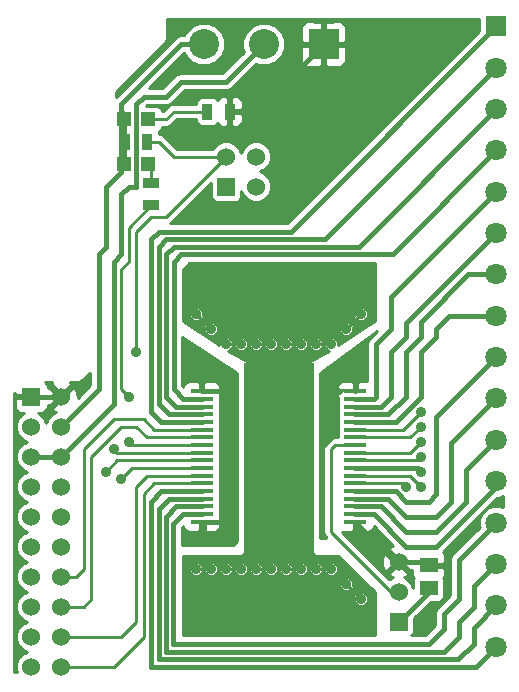
<source format=gtl>
G04 (created by PCBNEW (2013-07-07 BZR 4022)-stable) date 20/09/2014 07:20:55*
%MOIN*%
G04 Gerber Fmt 3.4, Leading zero omitted, Abs format*
%FSLAX34Y34*%
G01*
G70*
G90*
G04 APERTURE LIST*
%ADD10C,0.00590551*%
%ADD11R,0.035X0.055*%
%ADD12R,0.055X0.035*%
%ADD13R,0.06X0.06*%
%ADD14C,0.06*%
%ADD15R,0.23622X0.629921*%
%ADD16R,0.0728346X0.0177165*%
%ADD17R,0.0472X0.0472*%
%ADD18R,0.059X0.0512*%
%ADD19R,0.1X0.1*%
%ADD20C,0.1*%
%ADD21C,0.0708661*%
%ADD22R,0.0708661X0.0708661*%
%ADD23C,0.035*%
%ADD24C,0.01*%
%ADD25C,0.015748*%
G04 APERTURE END LIST*
G54D10*
G54D11*
X76625Y-40500D03*
X75875Y-40500D03*
G54D12*
X74000Y-42875D03*
X74000Y-43625D03*
G54D13*
X82250Y-57500D03*
G54D14*
X82250Y-56500D03*
X82250Y-55500D03*
G54D13*
X70000Y-50000D03*
G54D14*
X71000Y-50000D03*
X70000Y-51000D03*
X71000Y-51000D03*
X70000Y-52000D03*
X71000Y-52000D03*
X70000Y-53000D03*
X71000Y-53000D03*
X70000Y-54000D03*
X71000Y-54000D03*
X70000Y-55000D03*
X71000Y-55000D03*
X70000Y-56000D03*
X71000Y-56000D03*
X70000Y-57000D03*
X71000Y-57000D03*
X70000Y-58000D03*
X71000Y-58000D03*
X70000Y-59000D03*
X71000Y-59000D03*
G54D15*
X78250Y-52000D03*
G54D16*
X80809Y-54175D03*
X80809Y-53919D03*
X80809Y-53663D03*
X80809Y-53407D03*
X80809Y-53151D03*
X80809Y-52895D03*
X80809Y-52639D03*
X80809Y-52383D03*
X80809Y-52127D03*
X80809Y-51872D03*
X80809Y-51616D03*
X80809Y-51360D03*
X80809Y-51104D03*
X80809Y-50848D03*
X80809Y-50592D03*
X80809Y-50336D03*
X80809Y-50080D03*
X80809Y-49824D03*
X75690Y-49824D03*
X75690Y-50080D03*
X75690Y-50336D03*
X75690Y-50592D03*
X75690Y-50848D03*
X75690Y-51104D03*
X75690Y-51360D03*
X75690Y-51616D03*
X75690Y-51872D03*
X75690Y-52127D03*
X75690Y-52383D03*
X75690Y-52639D03*
X75690Y-52895D03*
X75690Y-53151D03*
X75690Y-53407D03*
X75690Y-53663D03*
X75690Y-53919D03*
X75690Y-54175D03*
G54D17*
X73087Y-40750D03*
X73913Y-40750D03*
X73087Y-42250D03*
X73913Y-42250D03*
G54D18*
X83250Y-56375D03*
X83250Y-55625D03*
G54D19*
X79750Y-38250D03*
G54D20*
X77750Y-38250D03*
X75750Y-38250D03*
G54D21*
X85500Y-58334D03*
X85500Y-56956D03*
G54D22*
X85500Y-37665D03*
G54D21*
X85500Y-39043D03*
X85500Y-40421D03*
X85500Y-41799D03*
X85500Y-43177D03*
X85500Y-44555D03*
X85500Y-45933D03*
X85500Y-47311D03*
X85500Y-48688D03*
X85500Y-50066D03*
X85500Y-51444D03*
X85500Y-52822D03*
X85500Y-54200D03*
X85500Y-55578D03*
G54D11*
X73125Y-41500D03*
X73875Y-41500D03*
G54D13*
X76500Y-43000D03*
G54D14*
X76500Y-42000D03*
X77500Y-43000D03*
X77500Y-42000D03*
G54D23*
X75500Y-47250D03*
X81000Y-47250D03*
X80500Y-47750D03*
X80000Y-48250D03*
X79500Y-48250D03*
X79000Y-48250D03*
X78500Y-48250D03*
X78000Y-48250D03*
X77500Y-48250D03*
X77000Y-48250D03*
X76500Y-48250D03*
X76000Y-47750D03*
X75500Y-55750D03*
X81000Y-56750D03*
X80500Y-56250D03*
X80000Y-55750D03*
X79500Y-55750D03*
X79000Y-55750D03*
X78500Y-55750D03*
X78000Y-55750D03*
X77500Y-55750D03*
X77000Y-55750D03*
X76500Y-55750D03*
X76000Y-55750D03*
X83000Y-52500D03*
X83000Y-51500D03*
X73250Y-50000D03*
X73250Y-51500D03*
X82500Y-53000D03*
X83000Y-53000D03*
X83000Y-51000D03*
X83000Y-50500D03*
X73500Y-48500D03*
X83000Y-52000D03*
X72500Y-52500D03*
X73000Y-52750D03*
X72750Y-51750D03*
X75750Y-54750D03*
X75500Y-49000D03*
X81000Y-49000D03*
G54D24*
X81000Y-47250D02*
X80500Y-47750D01*
X79500Y-48250D02*
X80000Y-48250D01*
X78500Y-48250D02*
X79000Y-48250D01*
X77500Y-48250D02*
X78000Y-48250D01*
X76500Y-48250D02*
X77000Y-48250D01*
X76000Y-47750D02*
X75500Y-47250D01*
X81000Y-56750D02*
X80500Y-56250D01*
X79500Y-55750D02*
X80000Y-55750D01*
X78500Y-55750D02*
X79000Y-55750D01*
X77500Y-55750D02*
X78000Y-55750D01*
X76500Y-55750D02*
X77000Y-55750D01*
X76000Y-55750D02*
X75500Y-55750D01*
G54D25*
X72250Y-49750D02*
X71000Y-51000D01*
X73000Y-42500D02*
X73000Y-40500D01*
X73000Y-42500D02*
X72500Y-43000D01*
X72500Y-43000D02*
X72500Y-45000D01*
X72500Y-45000D02*
X72250Y-45250D01*
X72250Y-45250D02*
X72250Y-49750D01*
X82883Y-52383D02*
X83000Y-52500D01*
X82883Y-52383D02*
X80809Y-52383D01*
X83250Y-56375D02*
X83250Y-56500D01*
X83250Y-56500D02*
X82250Y-57500D01*
X73087Y-40750D02*
X73087Y-40587D01*
X73087Y-40587D02*
X73000Y-40500D01*
X73087Y-40750D02*
X73087Y-41462D01*
X73087Y-41462D02*
X73125Y-41500D01*
X73087Y-42250D02*
X73087Y-41538D01*
X73087Y-41538D02*
X73125Y-41500D01*
X73000Y-40500D02*
X73000Y-40250D01*
X73000Y-40250D02*
X75000Y-38250D01*
X75000Y-38250D02*
X75750Y-38250D01*
X72750Y-50000D02*
X72750Y-50250D01*
X72750Y-50250D02*
X71000Y-52000D01*
X74500Y-40000D02*
X73750Y-40000D01*
X73500Y-40250D02*
X73500Y-43000D01*
X73750Y-40000D02*
X73500Y-40250D01*
X73500Y-43000D02*
X73250Y-43000D01*
X73000Y-43250D02*
X73000Y-44250D01*
X73250Y-43000D02*
X73000Y-43250D01*
X76500Y-39500D02*
X77750Y-38250D01*
X75000Y-39500D02*
X76500Y-39500D01*
X74500Y-40000D02*
X75000Y-39500D01*
X72750Y-50000D02*
X72750Y-45500D01*
X72750Y-45500D02*
X73000Y-45250D01*
X73000Y-45250D02*
X73000Y-44250D01*
X70000Y-52000D02*
X71000Y-52000D01*
G54D24*
X82627Y-51872D02*
X83000Y-51500D01*
X80809Y-51872D02*
X82627Y-51872D01*
X75690Y-51616D02*
X73366Y-51616D01*
X73250Y-44375D02*
X74000Y-43625D01*
X73250Y-45500D02*
X73250Y-44375D01*
X73000Y-45750D02*
X73250Y-45500D01*
X73000Y-49750D02*
X73000Y-45750D01*
X73250Y-50000D02*
X73000Y-49750D01*
X73366Y-51616D02*
X73250Y-51500D01*
X82395Y-52895D02*
X82500Y-53000D01*
X80809Y-52895D02*
X82395Y-52895D01*
X74000Y-51360D02*
X73860Y-51360D01*
X72000Y-52000D02*
X72000Y-52750D01*
X73000Y-51000D02*
X72000Y-52000D01*
X73500Y-51000D02*
X73000Y-51000D01*
X73860Y-51360D02*
X73500Y-51000D01*
X75690Y-51360D02*
X74000Y-51360D01*
X71750Y-57000D02*
X71000Y-57000D01*
X72000Y-52750D02*
X72000Y-56750D01*
X72000Y-56750D02*
X71750Y-57000D01*
X75690Y-52639D02*
X73860Y-52639D01*
X73000Y-58000D02*
X73500Y-57500D01*
X73500Y-57500D02*
X73500Y-53000D01*
X73000Y-58000D02*
X71000Y-58000D01*
X73860Y-52639D02*
X73500Y-53000D01*
X73750Y-53250D02*
X73750Y-58000D01*
X74104Y-52895D02*
X73750Y-53250D01*
X75690Y-52895D02*
X74104Y-52895D01*
X72750Y-59000D02*
X71000Y-59000D01*
X73750Y-58000D02*
X72750Y-59000D01*
X82639Y-52639D02*
X83000Y-53000D01*
X80809Y-52639D02*
X82639Y-52639D01*
X82639Y-51360D02*
X83000Y-51000D01*
X80809Y-51360D02*
X82639Y-51360D01*
X80809Y-51104D02*
X82395Y-51104D01*
X82395Y-51104D02*
X83000Y-50500D01*
X73250Y-50750D02*
X72750Y-50750D01*
X71750Y-51750D02*
X71750Y-52250D01*
X72750Y-50750D02*
X71750Y-51750D01*
X74250Y-51104D02*
X74104Y-51104D01*
X71750Y-52250D02*
X71750Y-52500D01*
X71500Y-56000D02*
X71000Y-56000D01*
X71750Y-52500D02*
X71750Y-55750D01*
X71750Y-55750D02*
X71500Y-56000D01*
X73750Y-50750D02*
X73250Y-50750D01*
X74104Y-51104D02*
X73750Y-50750D01*
X75690Y-51104D02*
X74250Y-51104D01*
G54D25*
X82500Y-54000D02*
X83500Y-54000D01*
X81907Y-53407D02*
X82500Y-54000D01*
X80809Y-53407D02*
X81907Y-53407D01*
X84000Y-51566D02*
X85500Y-50066D01*
X84000Y-53500D02*
X84000Y-51566D01*
X83500Y-54000D02*
X84000Y-53500D01*
X82500Y-54500D02*
X83500Y-54500D01*
X81663Y-53663D02*
X82500Y-54500D01*
X80809Y-53663D02*
X81663Y-53663D01*
X84500Y-52444D02*
X85500Y-51444D01*
X84500Y-53500D02*
X84500Y-52444D01*
X83500Y-54500D02*
X84500Y-53500D01*
X82000Y-49250D02*
X82000Y-48500D01*
X82000Y-48500D02*
X82500Y-48000D01*
X82000Y-50000D02*
X82000Y-49250D01*
X80809Y-50336D02*
X81663Y-50336D01*
X82500Y-47555D02*
X85500Y-44555D01*
X82500Y-48000D02*
X82500Y-47555D01*
X81663Y-50336D02*
X82000Y-50000D01*
X81500Y-49250D02*
X81500Y-48250D01*
X81500Y-48250D02*
X82000Y-47750D01*
X81500Y-50000D02*
X81500Y-49250D01*
X80809Y-50080D02*
X81419Y-50080D01*
X82000Y-46677D02*
X85500Y-43177D01*
X82000Y-47750D02*
X82000Y-46677D01*
X81419Y-50080D02*
X81500Y-50000D01*
X75690Y-50080D02*
X75080Y-50080D01*
X82049Y-45250D02*
X85500Y-41799D01*
X75000Y-45250D02*
X82049Y-45250D01*
X74750Y-45500D02*
X75000Y-45250D01*
X74750Y-49750D02*
X74750Y-45500D01*
X75080Y-50080D02*
X74750Y-49750D01*
X75690Y-50336D02*
X74836Y-50336D01*
X80921Y-45000D02*
X85500Y-40421D01*
X74750Y-45000D02*
X80921Y-45000D01*
X74500Y-45250D02*
X74750Y-45000D01*
X74500Y-50000D02*
X74500Y-45250D01*
X74836Y-50336D02*
X74500Y-50000D01*
X84250Y-57500D02*
X84750Y-57000D01*
X84750Y-57000D02*
X84750Y-56328D01*
X82578Y-58500D02*
X83750Y-58500D01*
X84250Y-58000D02*
X84250Y-57500D01*
X83750Y-58500D02*
X84250Y-58000D01*
X82250Y-58500D02*
X82578Y-58500D01*
X74836Y-53663D02*
X74500Y-54000D01*
X74500Y-54000D02*
X74500Y-58500D01*
X74500Y-58500D02*
X82250Y-58500D01*
X75690Y-53663D02*
X74836Y-53663D01*
X84750Y-56328D02*
X85500Y-55578D01*
X84250Y-56750D02*
X83750Y-57250D01*
X84000Y-57000D02*
X83750Y-57250D01*
X84250Y-56750D02*
X84250Y-56000D01*
X84000Y-57000D02*
X84250Y-56750D01*
X82000Y-58250D02*
X83250Y-58250D01*
X74737Y-58237D02*
X74750Y-58250D01*
X83750Y-57750D02*
X83750Y-57250D01*
X74737Y-54262D02*
X74737Y-58237D01*
X75080Y-53919D02*
X74737Y-54262D01*
X75690Y-53919D02*
X75080Y-53919D01*
X74750Y-58250D02*
X82000Y-58250D01*
X83250Y-58250D02*
X83750Y-57750D01*
X84250Y-55450D02*
X85500Y-54200D01*
X84250Y-56000D02*
X84250Y-55450D01*
X80809Y-53151D02*
X82151Y-53151D01*
X83500Y-50688D02*
X85500Y-48688D01*
X83500Y-53250D02*
X83500Y-50688D01*
X83250Y-53500D02*
X83500Y-53250D01*
X82500Y-53500D02*
X83250Y-53500D01*
X82151Y-53151D02*
X82500Y-53500D01*
X83000Y-49250D02*
X83000Y-48500D01*
X83000Y-48500D02*
X83500Y-48000D01*
X83000Y-50000D02*
X83000Y-49250D01*
X83938Y-47311D02*
X85500Y-47311D01*
X83500Y-47750D02*
X83938Y-47311D01*
X83500Y-48000D02*
X83500Y-47750D01*
X80809Y-50848D02*
X82151Y-50848D01*
X82151Y-50848D02*
X83000Y-50000D01*
X82500Y-49250D02*
X82500Y-48500D01*
X82500Y-48500D02*
X83000Y-48000D01*
X83000Y-48000D02*
X83000Y-47500D01*
X84566Y-45933D02*
X85500Y-45933D01*
X83000Y-47500D02*
X84566Y-45933D01*
X82500Y-50000D02*
X82500Y-49250D01*
X80809Y-50592D02*
X81907Y-50592D01*
X81907Y-50592D02*
X82500Y-50000D01*
X75690Y-50592D02*
X74592Y-50592D01*
X79793Y-44750D02*
X85500Y-39043D01*
X74500Y-44750D02*
X79793Y-44750D01*
X74250Y-45000D02*
X74500Y-44750D01*
X74250Y-50250D02*
X74250Y-45000D01*
X74592Y-50592D02*
X74250Y-50250D01*
X75690Y-50848D02*
X74348Y-50848D01*
X78665Y-44500D02*
X85500Y-37665D01*
X74250Y-44500D02*
X78665Y-44500D01*
X74000Y-44750D02*
X74250Y-44500D01*
X74000Y-50500D02*
X74000Y-44750D01*
X74348Y-50848D02*
X74000Y-50500D01*
X84250Y-59000D02*
X84834Y-59000D01*
X84834Y-59000D02*
X85500Y-58334D01*
X75690Y-53151D02*
X74348Y-53151D01*
X74000Y-59000D02*
X84250Y-59000D01*
X74000Y-53500D02*
X74000Y-59000D01*
X74348Y-53151D02*
X74000Y-53500D01*
X83728Y-58762D02*
X84237Y-58762D01*
X84750Y-57706D02*
X85500Y-56956D01*
X84750Y-58250D02*
X84750Y-57706D01*
X84237Y-58762D02*
X84750Y-58250D01*
X82500Y-58762D02*
X83728Y-58762D01*
X74592Y-53407D02*
X74250Y-53750D01*
X74250Y-53750D02*
X74250Y-58762D01*
X74250Y-58762D02*
X82500Y-58762D01*
X75690Y-53407D02*
X74592Y-53407D01*
X82500Y-55000D02*
X83500Y-55000D01*
X81419Y-53919D02*
X82500Y-55000D01*
X80809Y-53919D02*
X81419Y-53919D01*
X85500Y-53000D02*
X85500Y-52822D01*
X83500Y-55000D02*
X85500Y-53000D01*
G54D24*
X80809Y-51616D02*
X80133Y-51616D01*
X82000Y-56500D02*
X82250Y-56500D01*
X80000Y-54500D02*
X82000Y-56500D01*
X80000Y-51750D02*
X80000Y-54500D01*
X80133Y-51616D02*
X80000Y-51750D01*
X80809Y-52127D02*
X82872Y-52127D01*
X74500Y-44000D02*
X76500Y-42000D01*
X74000Y-44000D02*
X74500Y-44000D01*
X73500Y-44500D02*
X74000Y-44000D01*
X73500Y-48500D02*
X73500Y-44500D01*
X82872Y-52127D02*
X83000Y-52000D01*
X76500Y-42000D02*
X74750Y-42000D01*
X74750Y-42000D02*
X74250Y-41500D01*
X73875Y-41500D02*
X74250Y-41500D01*
X72872Y-52127D02*
X72500Y-52500D01*
X75690Y-52127D02*
X72872Y-52127D01*
X73366Y-52383D02*
X73000Y-52750D01*
X73366Y-52383D02*
X75690Y-52383D01*
X75690Y-51872D02*
X72872Y-51872D01*
X72872Y-51872D02*
X72750Y-51750D01*
G54D25*
X71000Y-50000D02*
X70000Y-50000D01*
X75690Y-54175D02*
X75690Y-54440D01*
X75690Y-54440D02*
X75690Y-54175D01*
X75690Y-54175D02*
X75750Y-54234D01*
X75750Y-54234D02*
X75750Y-54750D01*
X82250Y-55500D02*
X82133Y-55500D01*
X82133Y-55500D02*
X80809Y-54175D01*
X82250Y-55500D02*
X83125Y-55500D01*
X83125Y-55500D02*
X83250Y-55625D01*
X75690Y-49824D02*
X75690Y-49190D01*
X75690Y-49190D02*
X75500Y-49000D01*
X80809Y-49824D02*
X80809Y-49190D01*
X80809Y-49190D02*
X81000Y-49000D01*
X76625Y-40500D02*
X77500Y-40500D01*
X77500Y-40500D02*
X79750Y-38250D01*
X75690Y-49824D02*
X76324Y-49824D01*
X76324Y-54175D02*
X76500Y-54000D01*
X76500Y-54000D02*
X76500Y-50250D01*
X76324Y-54175D02*
X75690Y-54175D01*
X76500Y-50000D02*
X76500Y-50250D01*
X76324Y-49824D02*
X76500Y-50000D01*
G54D24*
X74000Y-42875D02*
X74000Y-42337D01*
X74000Y-42337D02*
X73913Y-42250D01*
X75875Y-40500D02*
X74750Y-40500D01*
X74500Y-40750D02*
X73913Y-40750D01*
X74750Y-40500D02*
X74500Y-40750D01*
G54D10*
G36*
X81450Y-47473D02*
X81229Y-47620D01*
X81229Y-47204D01*
X81194Y-47120D01*
X81130Y-47055D01*
X81045Y-47020D01*
X80954Y-47020D01*
X80870Y-47055D01*
X80805Y-47119D01*
X80770Y-47204D01*
X80770Y-47295D01*
X80780Y-47321D01*
X80571Y-47530D01*
X80545Y-47520D01*
X80454Y-47520D01*
X80370Y-47555D01*
X80305Y-47619D01*
X80270Y-47704D01*
X80270Y-47795D01*
X80305Y-47879D01*
X80369Y-47944D01*
X80454Y-47979D01*
X80545Y-47979D01*
X80629Y-47944D01*
X80694Y-47880D01*
X80729Y-47795D01*
X80729Y-47704D01*
X80719Y-47678D01*
X80928Y-47469D01*
X80954Y-47479D01*
X81045Y-47479D01*
X81129Y-47444D01*
X81194Y-47380D01*
X81229Y-47295D01*
X81229Y-47204D01*
X81229Y-47620D01*
X80229Y-48286D01*
X80229Y-48204D01*
X80194Y-48120D01*
X80130Y-48055D01*
X80045Y-48020D01*
X79954Y-48020D01*
X79870Y-48055D01*
X79805Y-48119D01*
X79794Y-48145D01*
X79705Y-48145D01*
X79694Y-48120D01*
X79630Y-48055D01*
X79545Y-48020D01*
X79454Y-48020D01*
X79370Y-48055D01*
X79305Y-48119D01*
X79270Y-48204D01*
X79270Y-48295D01*
X79305Y-48379D01*
X79369Y-48444D01*
X79454Y-48479D01*
X79545Y-48479D01*
X79629Y-48444D01*
X79694Y-48380D01*
X79705Y-48354D01*
X79794Y-48354D01*
X79805Y-48379D01*
X79869Y-48444D01*
X79940Y-48473D01*
X79287Y-48800D01*
X79229Y-48800D01*
X79229Y-48204D01*
X79194Y-48120D01*
X79130Y-48055D01*
X79045Y-48020D01*
X78954Y-48020D01*
X78870Y-48055D01*
X78805Y-48119D01*
X78794Y-48145D01*
X78705Y-48145D01*
X78694Y-48120D01*
X78630Y-48055D01*
X78545Y-48020D01*
X78454Y-48020D01*
X78370Y-48055D01*
X78305Y-48119D01*
X78270Y-48204D01*
X78270Y-48295D01*
X78305Y-48379D01*
X78369Y-48444D01*
X78454Y-48479D01*
X78545Y-48479D01*
X78629Y-48444D01*
X78694Y-48380D01*
X78705Y-48354D01*
X78794Y-48354D01*
X78805Y-48379D01*
X78869Y-48444D01*
X78954Y-48479D01*
X79045Y-48479D01*
X79129Y-48444D01*
X79194Y-48380D01*
X79229Y-48295D01*
X79229Y-48204D01*
X79229Y-48800D01*
X78229Y-48800D01*
X78229Y-48204D01*
X78194Y-48120D01*
X78130Y-48055D01*
X78045Y-48020D01*
X77954Y-48020D01*
X77870Y-48055D01*
X77805Y-48119D01*
X77794Y-48145D01*
X77705Y-48145D01*
X77694Y-48120D01*
X77630Y-48055D01*
X77545Y-48020D01*
X77454Y-48020D01*
X77370Y-48055D01*
X77305Y-48119D01*
X77270Y-48204D01*
X77270Y-48295D01*
X77305Y-48379D01*
X77369Y-48444D01*
X77454Y-48479D01*
X77545Y-48479D01*
X77629Y-48444D01*
X77694Y-48380D01*
X77705Y-48354D01*
X77794Y-48354D01*
X77805Y-48379D01*
X77869Y-48444D01*
X77954Y-48479D01*
X78045Y-48479D01*
X78129Y-48444D01*
X78194Y-48380D01*
X78229Y-48295D01*
X78229Y-48204D01*
X78229Y-48800D01*
X77212Y-48800D01*
X76559Y-48473D01*
X76629Y-48444D01*
X76694Y-48380D01*
X76705Y-48354D01*
X76794Y-48354D01*
X76805Y-48379D01*
X76869Y-48444D01*
X76954Y-48479D01*
X77045Y-48479D01*
X77129Y-48444D01*
X77194Y-48380D01*
X77229Y-48295D01*
X77229Y-48204D01*
X77194Y-48120D01*
X77130Y-48055D01*
X77045Y-48020D01*
X76954Y-48020D01*
X76870Y-48055D01*
X76805Y-48119D01*
X76794Y-48145D01*
X76705Y-48145D01*
X76694Y-48120D01*
X76630Y-48055D01*
X76545Y-48020D01*
X76454Y-48020D01*
X76370Y-48055D01*
X76305Y-48119D01*
X76270Y-48204D01*
X76270Y-48286D01*
X76229Y-48259D01*
X76229Y-47704D01*
X76194Y-47620D01*
X76130Y-47555D01*
X76045Y-47520D01*
X75954Y-47520D01*
X75928Y-47530D01*
X75719Y-47321D01*
X75729Y-47295D01*
X75729Y-47204D01*
X75694Y-47120D01*
X75630Y-47055D01*
X75545Y-47020D01*
X75454Y-47020D01*
X75370Y-47055D01*
X75305Y-47119D01*
X75270Y-47204D01*
X75270Y-47295D01*
X75305Y-47379D01*
X75369Y-47444D01*
X75454Y-47479D01*
X75545Y-47479D01*
X75571Y-47469D01*
X75780Y-47678D01*
X75770Y-47704D01*
X75770Y-47795D01*
X75805Y-47879D01*
X75869Y-47944D01*
X75954Y-47979D01*
X76045Y-47979D01*
X76129Y-47944D01*
X76194Y-47880D01*
X76229Y-47795D01*
X76229Y-47704D01*
X76229Y-48259D01*
X75050Y-47473D01*
X75050Y-46000D01*
X75050Y-45770D01*
X75270Y-45550D01*
X81450Y-45550D01*
X81450Y-46000D01*
X81450Y-47473D01*
X81450Y-47473D01*
G37*
G54D24*
X81450Y-47473D02*
X81229Y-47620D01*
X81229Y-47204D01*
X81194Y-47120D01*
X81130Y-47055D01*
X81045Y-47020D01*
X80954Y-47020D01*
X80870Y-47055D01*
X80805Y-47119D01*
X80770Y-47204D01*
X80770Y-47295D01*
X80780Y-47321D01*
X80571Y-47530D01*
X80545Y-47520D01*
X80454Y-47520D01*
X80370Y-47555D01*
X80305Y-47619D01*
X80270Y-47704D01*
X80270Y-47795D01*
X80305Y-47879D01*
X80369Y-47944D01*
X80454Y-47979D01*
X80545Y-47979D01*
X80629Y-47944D01*
X80694Y-47880D01*
X80729Y-47795D01*
X80729Y-47704D01*
X80719Y-47678D01*
X80928Y-47469D01*
X80954Y-47479D01*
X81045Y-47479D01*
X81129Y-47444D01*
X81194Y-47380D01*
X81229Y-47295D01*
X81229Y-47204D01*
X81229Y-47620D01*
X80229Y-48286D01*
X80229Y-48204D01*
X80194Y-48120D01*
X80130Y-48055D01*
X80045Y-48020D01*
X79954Y-48020D01*
X79870Y-48055D01*
X79805Y-48119D01*
X79794Y-48145D01*
X79705Y-48145D01*
X79694Y-48120D01*
X79630Y-48055D01*
X79545Y-48020D01*
X79454Y-48020D01*
X79370Y-48055D01*
X79305Y-48119D01*
X79270Y-48204D01*
X79270Y-48295D01*
X79305Y-48379D01*
X79369Y-48444D01*
X79454Y-48479D01*
X79545Y-48479D01*
X79629Y-48444D01*
X79694Y-48380D01*
X79705Y-48354D01*
X79794Y-48354D01*
X79805Y-48379D01*
X79869Y-48444D01*
X79940Y-48473D01*
X79287Y-48800D01*
X79229Y-48800D01*
X79229Y-48204D01*
X79194Y-48120D01*
X79130Y-48055D01*
X79045Y-48020D01*
X78954Y-48020D01*
X78870Y-48055D01*
X78805Y-48119D01*
X78794Y-48145D01*
X78705Y-48145D01*
X78694Y-48120D01*
X78630Y-48055D01*
X78545Y-48020D01*
X78454Y-48020D01*
X78370Y-48055D01*
X78305Y-48119D01*
X78270Y-48204D01*
X78270Y-48295D01*
X78305Y-48379D01*
X78369Y-48444D01*
X78454Y-48479D01*
X78545Y-48479D01*
X78629Y-48444D01*
X78694Y-48380D01*
X78705Y-48354D01*
X78794Y-48354D01*
X78805Y-48379D01*
X78869Y-48444D01*
X78954Y-48479D01*
X79045Y-48479D01*
X79129Y-48444D01*
X79194Y-48380D01*
X79229Y-48295D01*
X79229Y-48204D01*
X79229Y-48800D01*
X78229Y-48800D01*
X78229Y-48204D01*
X78194Y-48120D01*
X78130Y-48055D01*
X78045Y-48020D01*
X77954Y-48020D01*
X77870Y-48055D01*
X77805Y-48119D01*
X77794Y-48145D01*
X77705Y-48145D01*
X77694Y-48120D01*
X77630Y-48055D01*
X77545Y-48020D01*
X77454Y-48020D01*
X77370Y-48055D01*
X77305Y-48119D01*
X77270Y-48204D01*
X77270Y-48295D01*
X77305Y-48379D01*
X77369Y-48444D01*
X77454Y-48479D01*
X77545Y-48479D01*
X77629Y-48444D01*
X77694Y-48380D01*
X77705Y-48354D01*
X77794Y-48354D01*
X77805Y-48379D01*
X77869Y-48444D01*
X77954Y-48479D01*
X78045Y-48479D01*
X78129Y-48444D01*
X78194Y-48380D01*
X78229Y-48295D01*
X78229Y-48204D01*
X78229Y-48800D01*
X77212Y-48800D01*
X76559Y-48473D01*
X76629Y-48444D01*
X76694Y-48380D01*
X76705Y-48354D01*
X76794Y-48354D01*
X76805Y-48379D01*
X76869Y-48444D01*
X76954Y-48479D01*
X77045Y-48479D01*
X77129Y-48444D01*
X77194Y-48380D01*
X77229Y-48295D01*
X77229Y-48204D01*
X77194Y-48120D01*
X77130Y-48055D01*
X77045Y-48020D01*
X76954Y-48020D01*
X76870Y-48055D01*
X76805Y-48119D01*
X76794Y-48145D01*
X76705Y-48145D01*
X76694Y-48120D01*
X76630Y-48055D01*
X76545Y-48020D01*
X76454Y-48020D01*
X76370Y-48055D01*
X76305Y-48119D01*
X76270Y-48204D01*
X76270Y-48286D01*
X76229Y-48259D01*
X76229Y-47704D01*
X76194Y-47620D01*
X76130Y-47555D01*
X76045Y-47520D01*
X75954Y-47520D01*
X75928Y-47530D01*
X75719Y-47321D01*
X75729Y-47295D01*
X75729Y-47204D01*
X75694Y-47120D01*
X75630Y-47055D01*
X75545Y-47020D01*
X75454Y-47020D01*
X75370Y-47055D01*
X75305Y-47119D01*
X75270Y-47204D01*
X75270Y-47295D01*
X75305Y-47379D01*
X75369Y-47444D01*
X75454Y-47479D01*
X75545Y-47479D01*
X75571Y-47469D01*
X75780Y-47678D01*
X75770Y-47704D01*
X75770Y-47795D01*
X75805Y-47879D01*
X75869Y-47944D01*
X75954Y-47979D01*
X76045Y-47979D01*
X76129Y-47944D01*
X76194Y-47880D01*
X76229Y-47795D01*
X76229Y-47704D01*
X76229Y-48259D01*
X75050Y-47473D01*
X75050Y-46000D01*
X75050Y-45770D01*
X75270Y-45550D01*
X81450Y-45550D01*
X81450Y-46000D01*
X81450Y-47473D01*
G54D10*
G36*
X81450Y-57950D02*
X81229Y-57950D01*
X81229Y-56704D01*
X81194Y-56620D01*
X81130Y-56555D01*
X81045Y-56520D01*
X80954Y-56520D01*
X80928Y-56530D01*
X80719Y-56321D01*
X80729Y-56295D01*
X80729Y-56204D01*
X80694Y-56120D01*
X80630Y-56055D01*
X80545Y-56020D01*
X80454Y-56020D01*
X80370Y-56055D01*
X80305Y-56119D01*
X80270Y-56204D01*
X80270Y-56295D01*
X80305Y-56379D01*
X80369Y-56444D01*
X80454Y-56479D01*
X80545Y-56479D01*
X80571Y-56469D01*
X80780Y-56678D01*
X80770Y-56704D01*
X80770Y-56795D01*
X80805Y-56879D01*
X80869Y-56944D01*
X80954Y-56979D01*
X81045Y-56979D01*
X81129Y-56944D01*
X81194Y-56880D01*
X81229Y-56795D01*
X81229Y-56704D01*
X81229Y-57950D01*
X80229Y-57950D01*
X80229Y-55704D01*
X80194Y-55620D01*
X80130Y-55555D01*
X80045Y-55520D01*
X79954Y-55520D01*
X79870Y-55555D01*
X79805Y-55619D01*
X79794Y-55645D01*
X79705Y-55645D01*
X79694Y-55620D01*
X79630Y-55555D01*
X79545Y-55520D01*
X79454Y-55520D01*
X79370Y-55555D01*
X79305Y-55619D01*
X79270Y-55704D01*
X79270Y-55795D01*
X79305Y-55879D01*
X79369Y-55944D01*
X79454Y-55979D01*
X79545Y-55979D01*
X79629Y-55944D01*
X79694Y-55880D01*
X79705Y-55854D01*
X79794Y-55854D01*
X79805Y-55879D01*
X79869Y-55944D01*
X79954Y-55979D01*
X80045Y-55979D01*
X80129Y-55944D01*
X80194Y-55880D01*
X80229Y-55795D01*
X80229Y-55704D01*
X80229Y-57950D01*
X79229Y-57950D01*
X79229Y-55704D01*
X79194Y-55620D01*
X79130Y-55555D01*
X79045Y-55520D01*
X78954Y-55520D01*
X78870Y-55555D01*
X78805Y-55619D01*
X78794Y-55645D01*
X78705Y-55645D01*
X78694Y-55620D01*
X78630Y-55555D01*
X78545Y-55520D01*
X78454Y-55520D01*
X78370Y-55555D01*
X78305Y-55619D01*
X78270Y-55704D01*
X78270Y-55795D01*
X78305Y-55879D01*
X78369Y-55944D01*
X78454Y-55979D01*
X78545Y-55979D01*
X78629Y-55944D01*
X78694Y-55880D01*
X78705Y-55854D01*
X78794Y-55854D01*
X78805Y-55879D01*
X78869Y-55944D01*
X78954Y-55979D01*
X79045Y-55979D01*
X79129Y-55944D01*
X79194Y-55880D01*
X79229Y-55795D01*
X79229Y-55704D01*
X79229Y-57950D01*
X78229Y-57950D01*
X78229Y-55704D01*
X78194Y-55620D01*
X78130Y-55555D01*
X78045Y-55520D01*
X77954Y-55520D01*
X77870Y-55555D01*
X77805Y-55619D01*
X77794Y-55645D01*
X77705Y-55645D01*
X77694Y-55620D01*
X77630Y-55555D01*
X77545Y-55520D01*
X77454Y-55520D01*
X77370Y-55555D01*
X77305Y-55619D01*
X77270Y-55704D01*
X77270Y-55795D01*
X77305Y-55879D01*
X77369Y-55944D01*
X77454Y-55979D01*
X77545Y-55979D01*
X77629Y-55944D01*
X77694Y-55880D01*
X77705Y-55854D01*
X77794Y-55854D01*
X77805Y-55879D01*
X77869Y-55944D01*
X77954Y-55979D01*
X78045Y-55979D01*
X78129Y-55944D01*
X78194Y-55880D01*
X78229Y-55795D01*
X78229Y-55704D01*
X78229Y-57950D01*
X77229Y-57950D01*
X77229Y-55704D01*
X77194Y-55620D01*
X77130Y-55555D01*
X77045Y-55520D01*
X76954Y-55520D01*
X76870Y-55555D01*
X76805Y-55619D01*
X76794Y-55645D01*
X76705Y-55645D01*
X76694Y-55620D01*
X76630Y-55555D01*
X76545Y-55520D01*
X76454Y-55520D01*
X76370Y-55555D01*
X76305Y-55619D01*
X76270Y-55704D01*
X76270Y-55795D01*
X76305Y-55879D01*
X76369Y-55944D01*
X76454Y-55979D01*
X76545Y-55979D01*
X76629Y-55944D01*
X76694Y-55880D01*
X76705Y-55854D01*
X76794Y-55854D01*
X76805Y-55879D01*
X76869Y-55944D01*
X76954Y-55979D01*
X77045Y-55979D01*
X77129Y-55944D01*
X77194Y-55880D01*
X77229Y-55795D01*
X77229Y-55704D01*
X77229Y-57950D01*
X76229Y-57950D01*
X76229Y-55704D01*
X76194Y-55620D01*
X76130Y-55555D01*
X76045Y-55520D01*
X75954Y-55520D01*
X75870Y-55555D01*
X75805Y-55619D01*
X75794Y-55645D01*
X75705Y-55645D01*
X75694Y-55620D01*
X75630Y-55555D01*
X75545Y-55520D01*
X75454Y-55520D01*
X75370Y-55555D01*
X75305Y-55619D01*
X75270Y-55704D01*
X75270Y-55795D01*
X75305Y-55879D01*
X75369Y-55944D01*
X75454Y-55979D01*
X75545Y-55979D01*
X75629Y-55944D01*
X75694Y-55880D01*
X75705Y-55854D01*
X75794Y-55854D01*
X75805Y-55879D01*
X75869Y-55944D01*
X75954Y-55979D01*
X76045Y-55979D01*
X76129Y-55944D01*
X76194Y-55880D01*
X76229Y-55795D01*
X76229Y-55704D01*
X76229Y-57950D01*
X75250Y-57950D01*
X75050Y-57950D01*
X75050Y-55300D01*
X75250Y-55300D01*
X77020Y-55300D01*
X77121Y-55199D01*
X79378Y-55199D01*
X79479Y-55300D01*
X80229Y-55300D01*
X81450Y-56520D01*
X81450Y-57950D01*
X81450Y-57950D01*
G37*
G54D24*
X81450Y-57950D02*
X81229Y-57950D01*
X81229Y-56704D01*
X81194Y-56620D01*
X81130Y-56555D01*
X81045Y-56520D01*
X80954Y-56520D01*
X80928Y-56530D01*
X80719Y-56321D01*
X80729Y-56295D01*
X80729Y-56204D01*
X80694Y-56120D01*
X80630Y-56055D01*
X80545Y-56020D01*
X80454Y-56020D01*
X80370Y-56055D01*
X80305Y-56119D01*
X80270Y-56204D01*
X80270Y-56295D01*
X80305Y-56379D01*
X80369Y-56444D01*
X80454Y-56479D01*
X80545Y-56479D01*
X80571Y-56469D01*
X80780Y-56678D01*
X80770Y-56704D01*
X80770Y-56795D01*
X80805Y-56879D01*
X80869Y-56944D01*
X80954Y-56979D01*
X81045Y-56979D01*
X81129Y-56944D01*
X81194Y-56880D01*
X81229Y-56795D01*
X81229Y-56704D01*
X81229Y-57950D01*
X80229Y-57950D01*
X80229Y-55704D01*
X80194Y-55620D01*
X80130Y-55555D01*
X80045Y-55520D01*
X79954Y-55520D01*
X79870Y-55555D01*
X79805Y-55619D01*
X79794Y-55645D01*
X79705Y-55645D01*
X79694Y-55620D01*
X79630Y-55555D01*
X79545Y-55520D01*
X79454Y-55520D01*
X79370Y-55555D01*
X79305Y-55619D01*
X79270Y-55704D01*
X79270Y-55795D01*
X79305Y-55879D01*
X79369Y-55944D01*
X79454Y-55979D01*
X79545Y-55979D01*
X79629Y-55944D01*
X79694Y-55880D01*
X79705Y-55854D01*
X79794Y-55854D01*
X79805Y-55879D01*
X79869Y-55944D01*
X79954Y-55979D01*
X80045Y-55979D01*
X80129Y-55944D01*
X80194Y-55880D01*
X80229Y-55795D01*
X80229Y-55704D01*
X80229Y-57950D01*
X79229Y-57950D01*
X79229Y-55704D01*
X79194Y-55620D01*
X79130Y-55555D01*
X79045Y-55520D01*
X78954Y-55520D01*
X78870Y-55555D01*
X78805Y-55619D01*
X78794Y-55645D01*
X78705Y-55645D01*
X78694Y-55620D01*
X78630Y-55555D01*
X78545Y-55520D01*
X78454Y-55520D01*
X78370Y-55555D01*
X78305Y-55619D01*
X78270Y-55704D01*
X78270Y-55795D01*
X78305Y-55879D01*
X78369Y-55944D01*
X78454Y-55979D01*
X78545Y-55979D01*
X78629Y-55944D01*
X78694Y-55880D01*
X78705Y-55854D01*
X78794Y-55854D01*
X78805Y-55879D01*
X78869Y-55944D01*
X78954Y-55979D01*
X79045Y-55979D01*
X79129Y-55944D01*
X79194Y-55880D01*
X79229Y-55795D01*
X79229Y-55704D01*
X79229Y-57950D01*
X78229Y-57950D01*
X78229Y-55704D01*
X78194Y-55620D01*
X78130Y-55555D01*
X78045Y-55520D01*
X77954Y-55520D01*
X77870Y-55555D01*
X77805Y-55619D01*
X77794Y-55645D01*
X77705Y-55645D01*
X77694Y-55620D01*
X77630Y-55555D01*
X77545Y-55520D01*
X77454Y-55520D01*
X77370Y-55555D01*
X77305Y-55619D01*
X77270Y-55704D01*
X77270Y-55795D01*
X77305Y-55879D01*
X77369Y-55944D01*
X77454Y-55979D01*
X77545Y-55979D01*
X77629Y-55944D01*
X77694Y-55880D01*
X77705Y-55854D01*
X77794Y-55854D01*
X77805Y-55879D01*
X77869Y-55944D01*
X77954Y-55979D01*
X78045Y-55979D01*
X78129Y-55944D01*
X78194Y-55880D01*
X78229Y-55795D01*
X78229Y-55704D01*
X78229Y-57950D01*
X77229Y-57950D01*
X77229Y-55704D01*
X77194Y-55620D01*
X77130Y-55555D01*
X77045Y-55520D01*
X76954Y-55520D01*
X76870Y-55555D01*
X76805Y-55619D01*
X76794Y-55645D01*
X76705Y-55645D01*
X76694Y-55620D01*
X76630Y-55555D01*
X76545Y-55520D01*
X76454Y-55520D01*
X76370Y-55555D01*
X76305Y-55619D01*
X76270Y-55704D01*
X76270Y-55795D01*
X76305Y-55879D01*
X76369Y-55944D01*
X76454Y-55979D01*
X76545Y-55979D01*
X76629Y-55944D01*
X76694Y-55880D01*
X76705Y-55854D01*
X76794Y-55854D01*
X76805Y-55879D01*
X76869Y-55944D01*
X76954Y-55979D01*
X77045Y-55979D01*
X77129Y-55944D01*
X77194Y-55880D01*
X77229Y-55795D01*
X77229Y-55704D01*
X77229Y-57950D01*
X76229Y-57950D01*
X76229Y-55704D01*
X76194Y-55620D01*
X76130Y-55555D01*
X76045Y-55520D01*
X75954Y-55520D01*
X75870Y-55555D01*
X75805Y-55619D01*
X75794Y-55645D01*
X75705Y-55645D01*
X75694Y-55620D01*
X75630Y-55555D01*
X75545Y-55520D01*
X75454Y-55520D01*
X75370Y-55555D01*
X75305Y-55619D01*
X75270Y-55704D01*
X75270Y-55795D01*
X75305Y-55879D01*
X75369Y-55944D01*
X75454Y-55979D01*
X75545Y-55979D01*
X75629Y-55944D01*
X75694Y-55880D01*
X75705Y-55854D01*
X75794Y-55854D01*
X75805Y-55879D01*
X75869Y-55944D01*
X75954Y-55979D01*
X76045Y-55979D01*
X76129Y-55944D01*
X76194Y-55880D01*
X76229Y-55795D01*
X76229Y-55704D01*
X76229Y-57950D01*
X75250Y-57950D01*
X75050Y-57950D01*
X75050Y-55300D01*
X75250Y-55300D01*
X77020Y-55300D01*
X77121Y-55199D01*
X79378Y-55199D01*
X79479Y-55300D01*
X80229Y-55300D01*
X81450Y-56520D01*
X81450Y-57950D01*
G54D10*
G36*
X70057Y-50050D02*
X70050Y-50050D01*
X70050Y-50057D01*
X69950Y-50057D01*
X69950Y-50050D01*
X69512Y-50050D01*
X69450Y-50112D01*
X69449Y-50349D01*
X69487Y-50441D01*
X69558Y-50511D01*
X69650Y-50549D01*
X69749Y-50550D01*
X69760Y-50550D01*
X69712Y-50569D01*
X69570Y-50712D01*
X69492Y-50898D01*
X69492Y-51100D01*
X69569Y-51287D01*
X69712Y-51429D01*
X69880Y-51500D01*
X69712Y-51569D01*
X69570Y-51712D01*
X69492Y-51898D01*
X69492Y-52100D01*
X69569Y-52287D01*
X69712Y-52429D01*
X69880Y-52500D01*
X69712Y-52569D01*
X69570Y-52712D01*
X69492Y-52898D01*
X69492Y-53100D01*
X69569Y-53287D01*
X69712Y-53429D01*
X69880Y-53500D01*
X69712Y-53569D01*
X69570Y-53712D01*
X69492Y-53898D01*
X69492Y-54100D01*
X69569Y-54287D01*
X69712Y-54429D01*
X69880Y-54500D01*
X69712Y-54569D01*
X69570Y-54712D01*
X69492Y-54898D01*
X69492Y-55100D01*
X69569Y-55287D01*
X69712Y-55429D01*
X69880Y-55500D01*
X69712Y-55569D01*
X69570Y-55712D01*
X69492Y-55898D01*
X69492Y-56100D01*
X69569Y-56287D01*
X69712Y-56429D01*
X69880Y-56500D01*
X69712Y-56569D01*
X69570Y-56712D01*
X69492Y-56898D01*
X69492Y-57100D01*
X69569Y-57287D01*
X69712Y-57429D01*
X69880Y-57500D01*
X69712Y-57569D01*
X69570Y-57712D01*
X69492Y-57898D01*
X69492Y-58100D01*
X69569Y-58287D01*
X69712Y-58429D01*
X69880Y-58500D01*
X69712Y-58569D01*
X69570Y-58712D01*
X69492Y-58898D01*
X69492Y-59100D01*
X69530Y-59192D01*
X69427Y-59192D01*
X69427Y-49894D01*
X69449Y-49871D01*
X69450Y-49887D01*
X69512Y-49950D01*
X69950Y-49950D01*
X69950Y-49942D01*
X70050Y-49942D01*
X70050Y-49950D01*
X70057Y-49950D01*
X70057Y-50050D01*
X70057Y-50050D01*
G37*
G54D24*
X70057Y-50050D02*
X70050Y-50050D01*
X70050Y-50057D01*
X69950Y-50057D01*
X69950Y-50050D01*
X69512Y-50050D01*
X69450Y-50112D01*
X69449Y-50349D01*
X69487Y-50441D01*
X69558Y-50511D01*
X69650Y-50549D01*
X69749Y-50550D01*
X69760Y-50550D01*
X69712Y-50569D01*
X69570Y-50712D01*
X69492Y-50898D01*
X69492Y-51100D01*
X69569Y-51287D01*
X69712Y-51429D01*
X69880Y-51500D01*
X69712Y-51569D01*
X69570Y-51712D01*
X69492Y-51898D01*
X69492Y-52100D01*
X69569Y-52287D01*
X69712Y-52429D01*
X69880Y-52500D01*
X69712Y-52569D01*
X69570Y-52712D01*
X69492Y-52898D01*
X69492Y-53100D01*
X69569Y-53287D01*
X69712Y-53429D01*
X69880Y-53500D01*
X69712Y-53569D01*
X69570Y-53712D01*
X69492Y-53898D01*
X69492Y-54100D01*
X69569Y-54287D01*
X69712Y-54429D01*
X69880Y-54500D01*
X69712Y-54569D01*
X69570Y-54712D01*
X69492Y-54898D01*
X69492Y-55100D01*
X69569Y-55287D01*
X69712Y-55429D01*
X69880Y-55500D01*
X69712Y-55569D01*
X69570Y-55712D01*
X69492Y-55898D01*
X69492Y-56100D01*
X69569Y-56287D01*
X69712Y-56429D01*
X69880Y-56500D01*
X69712Y-56569D01*
X69570Y-56712D01*
X69492Y-56898D01*
X69492Y-57100D01*
X69569Y-57287D01*
X69712Y-57429D01*
X69880Y-57500D01*
X69712Y-57569D01*
X69570Y-57712D01*
X69492Y-57898D01*
X69492Y-58100D01*
X69569Y-58287D01*
X69712Y-58429D01*
X69880Y-58500D01*
X69712Y-58569D01*
X69570Y-58712D01*
X69492Y-58898D01*
X69492Y-59100D01*
X69530Y-59192D01*
X69427Y-59192D01*
X69427Y-49894D01*
X69449Y-49871D01*
X69450Y-49887D01*
X69512Y-49950D01*
X69950Y-49950D01*
X69950Y-49942D01*
X70050Y-49942D01*
X70050Y-49950D01*
X70057Y-49950D01*
X70057Y-50050D01*
G54D10*
G36*
X71963Y-49631D02*
X71552Y-50042D01*
X71543Y-49863D01*
X71481Y-49712D01*
X71385Y-49684D01*
X71070Y-50000D01*
X71076Y-50005D01*
X71005Y-50076D01*
X71000Y-50070D01*
X70684Y-50385D01*
X70712Y-50481D01*
X70827Y-50522D01*
X70712Y-50569D01*
X70570Y-50712D01*
X70499Y-50880D01*
X70430Y-50712D01*
X70287Y-50570D01*
X70239Y-50550D01*
X70250Y-50550D01*
X70349Y-50549D01*
X70441Y-50511D01*
X70512Y-50441D01*
X70550Y-50349D01*
X70550Y-50296D01*
X70614Y-50315D01*
X70929Y-50000D01*
X70614Y-49684D01*
X70550Y-49703D01*
X70550Y-49650D01*
X70512Y-49558D01*
X70480Y-49527D01*
X70709Y-49527D01*
X70684Y-49614D01*
X71000Y-49929D01*
X71315Y-49614D01*
X71290Y-49527D01*
X71549Y-49527D01*
X71550Y-49527D01*
X71550Y-49527D01*
X71636Y-49509D01*
X71710Y-49460D01*
X71963Y-49207D01*
X71963Y-49631D01*
X71963Y-49631D01*
G37*
G54D24*
X71963Y-49631D02*
X71552Y-50042D01*
X71543Y-49863D01*
X71481Y-49712D01*
X71385Y-49684D01*
X71070Y-50000D01*
X71076Y-50005D01*
X71005Y-50076D01*
X71000Y-50070D01*
X70684Y-50385D01*
X70712Y-50481D01*
X70827Y-50522D01*
X70712Y-50569D01*
X70570Y-50712D01*
X70499Y-50880D01*
X70430Y-50712D01*
X70287Y-50570D01*
X70239Y-50550D01*
X70250Y-50550D01*
X70349Y-50549D01*
X70441Y-50511D01*
X70512Y-50441D01*
X70550Y-50349D01*
X70550Y-50296D01*
X70614Y-50315D01*
X70929Y-50000D01*
X70614Y-49684D01*
X70550Y-49703D01*
X70550Y-49650D01*
X70512Y-49558D01*
X70480Y-49527D01*
X70709Y-49527D01*
X70684Y-49614D01*
X71000Y-49929D01*
X71315Y-49614D01*
X71290Y-49527D01*
X71549Y-49527D01*
X71550Y-49527D01*
X71550Y-49527D01*
X71636Y-49509D01*
X71710Y-49460D01*
X71963Y-49207D01*
X71963Y-49631D01*
G54D10*
G36*
X76861Y-54817D02*
X76729Y-54950D01*
X76300Y-54950D01*
X76250Y-54950D01*
X75023Y-54950D01*
X75023Y-54381D01*
X75080Y-54323D01*
X75114Y-54405D01*
X75185Y-54475D01*
X75277Y-54513D01*
X75578Y-54513D01*
X75640Y-54451D01*
X75640Y-54219D01*
X75633Y-54219D01*
X75633Y-54215D01*
X75950Y-54215D01*
X75950Y-54219D01*
X75740Y-54219D01*
X75740Y-54451D01*
X75803Y-54513D01*
X76104Y-54513D01*
X76196Y-54475D01*
X76266Y-54405D01*
X76300Y-54325D01*
X76305Y-54313D01*
X76305Y-54281D01*
X76300Y-54276D01*
X76300Y-54073D01*
X76305Y-54068D01*
X76305Y-54036D01*
X76300Y-54024D01*
X76300Y-49975D01*
X76305Y-49963D01*
X76305Y-49931D01*
X76300Y-49926D01*
X76300Y-49723D01*
X76305Y-49718D01*
X76305Y-49686D01*
X76266Y-49594D01*
X76196Y-49524D01*
X76104Y-49486D01*
X75803Y-49486D01*
X75740Y-49548D01*
X75740Y-49780D01*
X75950Y-49780D01*
X75950Y-49784D01*
X75633Y-49784D01*
X75633Y-49780D01*
X75640Y-49780D01*
X75640Y-49548D01*
X75578Y-49486D01*
X75277Y-49486D01*
X75185Y-49524D01*
X75114Y-49594D01*
X75080Y-49676D01*
X75036Y-49631D01*
X75036Y-48000D01*
X76861Y-49217D01*
X76861Y-54817D01*
X76861Y-54817D01*
G37*
G54D24*
X76861Y-54817D02*
X76729Y-54950D01*
X76300Y-54950D01*
X76250Y-54950D01*
X75023Y-54950D01*
X75023Y-54381D01*
X75080Y-54323D01*
X75114Y-54405D01*
X75185Y-54475D01*
X75277Y-54513D01*
X75578Y-54513D01*
X75640Y-54451D01*
X75640Y-54219D01*
X75633Y-54219D01*
X75633Y-54215D01*
X75950Y-54215D01*
X75950Y-54219D01*
X75740Y-54219D01*
X75740Y-54451D01*
X75803Y-54513D01*
X76104Y-54513D01*
X76196Y-54475D01*
X76266Y-54405D01*
X76300Y-54325D01*
X76305Y-54313D01*
X76305Y-54281D01*
X76300Y-54276D01*
X76300Y-54073D01*
X76305Y-54068D01*
X76305Y-54036D01*
X76300Y-54024D01*
X76300Y-49975D01*
X76305Y-49963D01*
X76305Y-49931D01*
X76300Y-49926D01*
X76300Y-49723D01*
X76305Y-49718D01*
X76305Y-49686D01*
X76266Y-49594D01*
X76196Y-49524D01*
X76104Y-49486D01*
X75803Y-49486D01*
X75740Y-49548D01*
X75740Y-49780D01*
X75950Y-49780D01*
X75950Y-49784D01*
X75633Y-49784D01*
X75633Y-49780D01*
X75640Y-49780D01*
X75640Y-49548D01*
X75578Y-49486D01*
X75277Y-49486D01*
X75185Y-49524D01*
X75114Y-49594D01*
X75080Y-49676D01*
X75036Y-49631D01*
X75036Y-48000D01*
X76861Y-49217D01*
X76861Y-54817D01*
G54D10*
G36*
X81545Y-47800D02*
X81297Y-48047D01*
X81235Y-48140D01*
X81231Y-48158D01*
X81213Y-48250D01*
X81213Y-48250D01*
X81213Y-49250D01*
X81213Y-49486D01*
X80921Y-49486D01*
X80859Y-49548D01*
X80859Y-49780D01*
X80866Y-49780D01*
X80866Y-49784D01*
X80759Y-49784D01*
X80759Y-49780D01*
X80759Y-49548D01*
X80696Y-49486D01*
X80395Y-49486D01*
X80303Y-49524D01*
X80233Y-49594D01*
X80194Y-49686D01*
X80194Y-49718D01*
X80257Y-49780D01*
X80759Y-49780D01*
X80759Y-49784D01*
X80403Y-49784D01*
X80327Y-49816D01*
X80274Y-49869D01*
X80257Y-49869D01*
X80194Y-49931D01*
X80194Y-49963D01*
X80233Y-50055D01*
X80237Y-50059D01*
X80237Y-50210D01*
X80237Y-50210D01*
X80237Y-50289D01*
X80237Y-50466D01*
X80237Y-50466D01*
X80237Y-50545D01*
X80237Y-50722D01*
X80237Y-50722D01*
X80237Y-50800D01*
X80237Y-50978D01*
X80237Y-50978D01*
X80237Y-51056D01*
X80237Y-51234D01*
X80237Y-51234D01*
X80237Y-51312D01*
X80237Y-51358D01*
X80133Y-51358D01*
X80035Y-51378D01*
X79951Y-51434D01*
X79951Y-51434D01*
X79817Y-51567D01*
X79762Y-51651D01*
X79742Y-51750D01*
X79742Y-54500D01*
X79762Y-54598D01*
X79817Y-54682D01*
X79835Y-54700D01*
X79638Y-54700D01*
X79638Y-49208D01*
X81516Y-47800D01*
X81545Y-47800D01*
X81545Y-47800D01*
G37*
G54D24*
X81545Y-47800D02*
X81297Y-48047D01*
X81235Y-48140D01*
X81231Y-48158D01*
X81213Y-48250D01*
X81213Y-48250D01*
X81213Y-49250D01*
X81213Y-49486D01*
X80921Y-49486D01*
X80859Y-49548D01*
X80859Y-49780D01*
X80866Y-49780D01*
X80866Y-49784D01*
X80759Y-49784D01*
X80759Y-49780D01*
X80759Y-49548D01*
X80696Y-49486D01*
X80395Y-49486D01*
X80303Y-49524D01*
X80233Y-49594D01*
X80194Y-49686D01*
X80194Y-49718D01*
X80257Y-49780D01*
X80759Y-49780D01*
X80759Y-49784D01*
X80403Y-49784D01*
X80327Y-49816D01*
X80274Y-49869D01*
X80257Y-49869D01*
X80194Y-49931D01*
X80194Y-49963D01*
X80233Y-50055D01*
X80237Y-50059D01*
X80237Y-50210D01*
X80237Y-50210D01*
X80237Y-50289D01*
X80237Y-50466D01*
X80237Y-50466D01*
X80237Y-50545D01*
X80237Y-50722D01*
X80237Y-50722D01*
X80237Y-50800D01*
X80237Y-50978D01*
X80237Y-50978D01*
X80237Y-51056D01*
X80237Y-51234D01*
X80237Y-51234D01*
X80237Y-51312D01*
X80237Y-51358D01*
X80133Y-51358D01*
X80035Y-51378D01*
X79951Y-51434D01*
X79951Y-51434D01*
X79817Y-51567D01*
X79762Y-51651D01*
X79742Y-51750D01*
X79742Y-54500D01*
X79762Y-54598D01*
X79817Y-54682D01*
X79835Y-54700D01*
X79638Y-54700D01*
X79638Y-49208D01*
X81516Y-47800D01*
X81545Y-47800D01*
G54D10*
G36*
X82762Y-56041D02*
X82747Y-56077D01*
X82747Y-56160D01*
X82747Y-56375D01*
X82680Y-56212D01*
X82537Y-56070D01*
X82430Y-56025D01*
X82537Y-55981D01*
X82565Y-55885D01*
X82250Y-55570D01*
X82179Y-55641D01*
X82179Y-55500D01*
X81864Y-55184D01*
X81768Y-55212D01*
X81695Y-55418D01*
X81706Y-55636D01*
X81768Y-55787D01*
X81864Y-55815D01*
X82179Y-55500D01*
X82179Y-55641D01*
X81934Y-55885D01*
X81962Y-55981D01*
X82077Y-56022D01*
X81962Y-56069D01*
X81948Y-56084D01*
X80365Y-54501D01*
X80395Y-54513D01*
X80696Y-54513D01*
X80759Y-54451D01*
X80759Y-54219D01*
X80751Y-54219D01*
X80751Y-54215D01*
X80866Y-54215D01*
X80866Y-54219D01*
X80859Y-54219D01*
X80859Y-54451D01*
X80921Y-54513D01*
X81222Y-54513D01*
X81314Y-54475D01*
X81385Y-54405D01*
X81419Y-54323D01*
X82069Y-54974D01*
X81962Y-55018D01*
X81934Y-55114D01*
X82250Y-55429D01*
X82255Y-55423D01*
X82326Y-55494D01*
X82320Y-55500D01*
X82635Y-55815D01*
X82704Y-55795D01*
X82704Y-55930D01*
X82742Y-56022D01*
X82762Y-56041D01*
X82762Y-56041D01*
G37*
G54D24*
X82762Y-56041D02*
X82747Y-56077D01*
X82747Y-56160D01*
X82747Y-56375D01*
X82680Y-56212D01*
X82537Y-56070D01*
X82430Y-56025D01*
X82537Y-55981D01*
X82565Y-55885D01*
X82250Y-55570D01*
X82179Y-55641D01*
X82179Y-55500D01*
X81864Y-55184D01*
X81768Y-55212D01*
X81695Y-55418D01*
X81706Y-55636D01*
X81768Y-55787D01*
X81864Y-55815D01*
X82179Y-55500D01*
X82179Y-55641D01*
X81934Y-55885D01*
X81962Y-55981D01*
X82077Y-56022D01*
X81962Y-56069D01*
X81948Y-56084D01*
X80365Y-54501D01*
X80395Y-54513D01*
X80696Y-54513D01*
X80759Y-54451D01*
X80759Y-54219D01*
X80751Y-54219D01*
X80751Y-54215D01*
X80866Y-54215D01*
X80866Y-54219D01*
X80859Y-54219D01*
X80859Y-54451D01*
X80921Y-54513D01*
X81222Y-54513D01*
X81314Y-54475D01*
X81385Y-54405D01*
X81419Y-54323D01*
X82069Y-54974D01*
X81962Y-55018D01*
X81934Y-55114D01*
X82250Y-55429D01*
X82255Y-55423D01*
X82326Y-55494D01*
X82320Y-55500D01*
X82635Y-55815D01*
X82704Y-55795D01*
X82704Y-55930D01*
X82742Y-56022D01*
X82762Y-56041D01*
G54D10*
G36*
X84938Y-37822D02*
X80500Y-42260D01*
X80500Y-38700D01*
X80500Y-37799D01*
X80499Y-37700D01*
X80461Y-37608D01*
X80391Y-37537D01*
X80299Y-37499D01*
X79862Y-37500D01*
X79800Y-37562D01*
X79800Y-38200D01*
X80437Y-38200D01*
X80500Y-38137D01*
X80500Y-37799D01*
X80500Y-38700D01*
X80500Y-38362D01*
X80437Y-38300D01*
X79800Y-38300D01*
X79800Y-38937D01*
X79862Y-39000D01*
X80299Y-39000D01*
X80391Y-38962D01*
X80461Y-38891D01*
X80499Y-38799D01*
X80500Y-38700D01*
X80500Y-42260D01*
X79700Y-43060D01*
X79700Y-38937D01*
X79700Y-38300D01*
X79700Y-38200D01*
X79700Y-37562D01*
X79637Y-37500D01*
X79200Y-37499D01*
X79108Y-37537D01*
X79038Y-37608D01*
X79000Y-37700D01*
X78999Y-37799D01*
X79000Y-38137D01*
X79062Y-38200D01*
X79700Y-38200D01*
X79700Y-38300D01*
X79062Y-38300D01*
X79000Y-38362D01*
X78999Y-38700D01*
X79000Y-38799D01*
X79038Y-38891D01*
X79108Y-38962D01*
X79200Y-39000D01*
X79637Y-39000D01*
X79700Y-38937D01*
X79700Y-43060D01*
X78546Y-44213D01*
X74634Y-44213D01*
X74682Y-44182D01*
X75992Y-42871D01*
X75992Y-43341D01*
X76024Y-43417D01*
X76082Y-43475D01*
X76158Y-43507D01*
X76241Y-43507D01*
X76841Y-43507D01*
X76917Y-43475D01*
X76975Y-43417D01*
X77007Y-43341D01*
X77007Y-43258D01*
X77007Y-43137D01*
X77069Y-43287D01*
X77212Y-43429D01*
X77398Y-43507D01*
X77600Y-43507D01*
X77787Y-43430D01*
X77929Y-43287D01*
X78007Y-43101D01*
X78007Y-42899D01*
X77930Y-42712D01*
X77787Y-42570D01*
X77619Y-42499D01*
X77787Y-42430D01*
X77929Y-42287D01*
X78007Y-42101D01*
X78007Y-41899D01*
X77930Y-41712D01*
X77787Y-41570D01*
X77601Y-41492D01*
X77399Y-41492D01*
X77212Y-41569D01*
X77070Y-41712D01*
X77050Y-41760D01*
X77050Y-40725D01*
X77050Y-40274D01*
X77049Y-40175D01*
X77011Y-40083D01*
X76941Y-40012D01*
X76849Y-39974D01*
X76737Y-39975D01*
X76675Y-40037D01*
X76675Y-40450D01*
X76987Y-40450D01*
X77050Y-40387D01*
X77050Y-40274D01*
X77050Y-40725D01*
X77050Y-40612D01*
X76987Y-40550D01*
X76675Y-40550D01*
X76675Y-40962D01*
X76737Y-41025D01*
X76849Y-41025D01*
X76941Y-40987D01*
X77011Y-40916D01*
X77049Y-40824D01*
X77050Y-40725D01*
X77050Y-41760D01*
X76999Y-41880D01*
X76930Y-41712D01*
X76787Y-41570D01*
X76601Y-41492D01*
X76399Y-41492D01*
X76212Y-41569D01*
X76070Y-41712D01*
X76057Y-41742D01*
X74856Y-41742D01*
X74432Y-41317D01*
X74348Y-41262D01*
X74257Y-41244D01*
X74257Y-41183D01*
X74251Y-41168D01*
X74266Y-41161D01*
X74324Y-41103D01*
X74356Y-41027D01*
X74356Y-41007D01*
X74500Y-41007D01*
X74598Y-40987D01*
X74682Y-40932D01*
X74856Y-40757D01*
X75492Y-40757D01*
X75492Y-40816D01*
X75524Y-40892D01*
X75582Y-40950D01*
X75658Y-40982D01*
X75741Y-40982D01*
X76091Y-40982D01*
X76167Y-40950D01*
X76225Y-40892D01*
X76226Y-40889D01*
X76238Y-40916D01*
X76308Y-40987D01*
X76400Y-41025D01*
X76512Y-41025D01*
X76575Y-40962D01*
X76575Y-40550D01*
X76567Y-40550D01*
X76567Y-40450D01*
X76575Y-40450D01*
X76575Y-40037D01*
X76512Y-39975D01*
X76400Y-39974D01*
X76308Y-40012D01*
X76238Y-40083D01*
X76227Y-40110D01*
X76225Y-40107D01*
X76167Y-40049D01*
X76091Y-40017D01*
X76008Y-40017D01*
X75658Y-40017D01*
X75582Y-40049D01*
X75524Y-40107D01*
X75492Y-40183D01*
X75492Y-40242D01*
X74750Y-40242D01*
X74651Y-40262D01*
X74567Y-40317D01*
X74567Y-40317D01*
X74393Y-40492D01*
X74356Y-40492D01*
X74356Y-40472D01*
X74324Y-40396D01*
X74266Y-40338D01*
X74190Y-40306D01*
X74107Y-40306D01*
X73848Y-40306D01*
X73868Y-40286D01*
X74499Y-40286D01*
X74500Y-40286D01*
X74500Y-40286D01*
X74591Y-40268D01*
X74609Y-40264D01*
X74609Y-40264D01*
X74702Y-40202D01*
X75118Y-39786D01*
X76499Y-39786D01*
X76500Y-39786D01*
X76500Y-39786D01*
X76591Y-39768D01*
X76609Y-39764D01*
X76609Y-39764D01*
X76702Y-39702D01*
X77494Y-38910D01*
X77608Y-38957D01*
X77890Y-38957D01*
X78150Y-38850D01*
X78349Y-38651D01*
X78457Y-38391D01*
X78457Y-38109D01*
X78350Y-37849D01*
X78151Y-37650D01*
X77891Y-37542D01*
X77609Y-37542D01*
X77349Y-37649D01*
X77150Y-37848D01*
X77042Y-38108D01*
X77042Y-38390D01*
X77089Y-38505D01*
X76381Y-39213D01*
X75000Y-39213D01*
X74890Y-39235D01*
X74797Y-39297D01*
X74797Y-39297D01*
X74381Y-39713D01*
X73940Y-39713D01*
X75107Y-38547D01*
X75149Y-38650D01*
X75348Y-38849D01*
X75608Y-38957D01*
X75890Y-38957D01*
X76150Y-38850D01*
X76349Y-38651D01*
X76457Y-38391D01*
X76457Y-38109D01*
X76350Y-37849D01*
X76151Y-37650D01*
X75891Y-37542D01*
X75609Y-37542D01*
X75349Y-37649D01*
X75150Y-37848D01*
X75102Y-37963D01*
X75000Y-37963D01*
X74999Y-37963D01*
X74890Y-37985D01*
X74797Y-38047D01*
X74797Y-38047D01*
X72827Y-40018D01*
X72827Y-39844D01*
X74460Y-38210D01*
X74460Y-38210D01*
X74460Y-38210D01*
X74509Y-38136D01*
X74527Y-38050D01*
X74527Y-37427D01*
X84938Y-37427D01*
X84938Y-37822D01*
X84938Y-37822D01*
G37*
G54D24*
X84938Y-37822D02*
X80500Y-42260D01*
X80500Y-38700D01*
X80500Y-37799D01*
X80499Y-37700D01*
X80461Y-37608D01*
X80391Y-37537D01*
X80299Y-37499D01*
X79862Y-37500D01*
X79800Y-37562D01*
X79800Y-38200D01*
X80437Y-38200D01*
X80500Y-38137D01*
X80500Y-37799D01*
X80500Y-38700D01*
X80500Y-38362D01*
X80437Y-38300D01*
X79800Y-38300D01*
X79800Y-38937D01*
X79862Y-39000D01*
X80299Y-39000D01*
X80391Y-38962D01*
X80461Y-38891D01*
X80499Y-38799D01*
X80500Y-38700D01*
X80500Y-42260D01*
X79700Y-43060D01*
X79700Y-38937D01*
X79700Y-38300D01*
X79700Y-38200D01*
X79700Y-37562D01*
X79637Y-37500D01*
X79200Y-37499D01*
X79108Y-37537D01*
X79038Y-37608D01*
X79000Y-37700D01*
X78999Y-37799D01*
X79000Y-38137D01*
X79062Y-38200D01*
X79700Y-38200D01*
X79700Y-38300D01*
X79062Y-38300D01*
X79000Y-38362D01*
X78999Y-38700D01*
X79000Y-38799D01*
X79038Y-38891D01*
X79108Y-38962D01*
X79200Y-39000D01*
X79637Y-39000D01*
X79700Y-38937D01*
X79700Y-43060D01*
X78546Y-44213D01*
X74634Y-44213D01*
X74682Y-44182D01*
X75992Y-42871D01*
X75992Y-43341D01*
X76024Y-43417D01*
X76082Y-43475D01*
X76158Y-43507D01*
X76241Y-43507D01*
X76841Y-43507D01*
X76917Y-43475D01*
X76975Y-43417D01*
X77007Y-43341D01*
X77007Y-43258D01*
X77007Y-43137D01*
X77069Y-43287D01*
X77212Y-43429D01*
X77398Y-43507D01*
X77600Y-43507D01*
X77787Y-43430D01*
X77929Y-43287D01*
X78007Y-43101D01*
X78007Y-42899D01*
X77930Y-42712D01*
X77787Y-42570D01*
X77619Y-42499D01*
X77787Y-42430D01*
X77929Y-42287D01*
X78007Y-42101D01*
X78007Y-41899D01*
X77930Y-41712D01*
X77787Y-41570D01*
X77601Y-41492D01*
X77399Y-41492D01*
X77212Y-41569D01*
X77070Y-41712D01*
X77050Y-41760D01*
X77050Y-40725D01*
X77050Y-40274D01*
X77049Y-40175D01*
X77011Y-40083D01*
X76941Y-40012D01*
X76849Y-39974D01*
X76737Y-39975D01*
X76675Y-40037D01*
X76675Y-40450D01*
X76987Y-40450D01*
X77050Y-40387D01*
X77050Y-40274D01*
X77050Y-40725D01*
X77050Y-40612D01*
X76987Y-40550D01*
X76675Y-40550D01*
X76675Y-40962D01*
X76737Y-41025D01*
X76849Y-41025D01*
X76941Y-40987D01*
X77011Y-40916D01*
X77049Y-40824D01*
X77050Y-40725D01*
X77050Y-41760D01*
X76999Y-41880D01*
X76930Y-41712D01*
X76787Y-41570D01*
X76601Y-41492D01*
X76399Y-41492D01*
X76212Y-41569D01*
X76070Y-41712D01*
X76057Y-41742D01*
X74856Y-41742D01*
X74432Y-41317D01*
X74348Y-41262D01*
X74257Y-41244D01*
X74257Y-41183D01*
X74251Y-41168D01*
X74266Y-41161D01*
X74324Y-41103D01*
X74356Y-41027D01*
X74356Y-41007D01*
X74500Y-41007D01*
X74598Y-40987D01*
X74682Y-40932D01*
X74856Y-40757D01*
X75492Y-40757D01*
X75492Y-40816D01*
X75524Y-40892D01*
X75582Y-40950D01*
X75658Y-40982D01*
X75741Y-40982D01*
X76091Y-40982D01*
X76167Y-40950D01*
X76225Y-40892D01*
X76226Y-40889D01*
X76238Y-40916D01*
X76308Y-40987D01*
X76400Y-41025D01*
X76512Y-41025D01*
X76575Y-40962D01*
X76575Y-40550D01*
X76567Y-40550D01*
X76567Y-40450D01*
X76575Y-40450D01*
X76575Y-40037D01*
X76512Y-39975D01*
X76400Y-39974D01*
X76308Y-40012D01*
X76238Y-40083D01*
X76227Y-40110D01*
X76225Y-40107D01*
X76167Y-40049D01*
X76091Y-40017D01*
X76008Y-40017D01*
X75658Y-40017D01*
X75582Y-40049D01*
X75524Y-40107D01*
X75492Y-40183D01*
X75492Y-40242D01*
X74750Y-40242D01*
X74651Y-40262D01*
X74567Y-40317D01*
X74567Y-40317D01*
X74393Y-40492D01*
X74356Y-40492D01*
X74356Y-40472D01*
X74324Y-40396D01*
X74266Y-40338D01*
X74190Y-40306D01*
X74107Y-40306D01*
X73848Y-40306D01*
X73868Y-40286D01*
X74499Y-40286D01*
X74500Y-40286D01*
X74500Y-40286D01*
X74591Y-40268D01*
X74609Y-40264D01*
X74609Y-40264D01*
X74702Y-40202D01*
X75118Y-39786D01*
X76499Y-39786D01*
X76500Y-39786D01*
X76500Y-39786D01*
X76591Y-39768D01*
X76609Y-39764D01*
X76609Y-39764D01*
X76702Y-39702D01*
X77494Y-38910D01*
X77608Y-38957D01*
X77890Y-38957D01*
X78150Y-38850D01*
X78349Y-38651D01*
X78457Y-38391D01*
X78457Y-38109D01*
X78350Y-37849D01*
X78151Y-37650D01*
X77891Y-37542D01*
X77609Y-37542D01*
X77349Y-37649D01*
X77150Y-37848D01*
X77042Y-38108D01*
X77042Y-38390D01*
X77089Y-38505D01*
X76381Y-39213D01*
X75000Y-39213D01*
X74890Y-39235D01*
X74797Y-39297D01*
X74797Y-39297D01*
X74381Y-39713D01*
X73940Y-39713D01*
X75107Y-38547D01*
X75149Y-38650D01*
X75348Y-38849D01*
X75608Y-38957D01*
X75890Y-38957D01*
X76150Y-38850D01*
X76349Y-38651D01*
X76457Y-38391D01*
X76457Y-38109D01*
X76350Y-37849D01*
X76151Y-37650D01*
X75891Y-37542D01*
X75609Y-37542D01*
X75349Y-37649D01*
X75150Y-37848D01*
X75102Y-37963D01*
X75000Y-37963D01*
X74999Y-37963D01*
X74890Y-37985D01*
X74797Y-38047D01*
X74797Y-38047D01*
X72827Y-40018D01*
X72827Y-39844D01*
X74460Y-38210D01*
X74460Y-38210D01*
X74460Y-38210D01*
X74509Y-38136D01*
X74527Y-38050D01*
X74527Y-37427D01*
X84938Y-37427D01*
X84938Y-37822D01*
G54D10*
G36*
X85742Y-53693D02*
X85612Y-53639D01*
X85388Y-53638D01*
X85182Y-53724D01*
X85023Y-53882D01*
X84938Y-54088D01*
X84938Y-54312D01*
X84951Y-54344D01*
X84047Y-55248D01*
X83985Y-55341D01*
X83981Y-55359D01*
X83963Y-55450D01*
X83963Y-55450D01*
X83963Y-56000D01*
X83963Y-56631D01*
X83797Y-56797D01*
X83797Y-56797D01*
X83797Y-56797D01*
X83547Y-57047D01*
X83485Y-57140D01*
X83481Y-57158D01*
X83463Y-57250D01*
X83463Y-57250D01*
X83463Y-57631D01*
X83131Y-57963D01*
X82679Y-57963D01*
X82725Y-57917D01*
X82757Y-57841D01*
X82757Y-57758D01*
X82757Y-57397D01*
X83316Y-56838D01*
X83586Y-56838D01*
X83662Y-56806D01*
X83720Y-56748D01*
X83752Y-56672D01*
X83752Y-56589D01*
X83752Y-56077D01*
X83737Y-56041D01*
X83757Y-56022D01*
X83795Y-55930D01*
X83795Y-55737D01*
X83732Y-55675D01*
X83300Y-55675D01*
X83300Y-55682D01*
X83200Y-55682D01*
X83200Y-55675D01*
X83192Y-55675D01*
X83192Y-55575D01*
X83200Y-55575D01*
X83200Y-55567D01*
X83300Y-55567D01*
X83300Y-55575D01*
X83732Y-55575D01*
X83795Y-55512D01*
X83795Y-55319D01*
X83757Y-55227D01*
X83717Y-55187D01*
X85520Y-53384D01*
X85611Y-53384D01*
X85742Y-53330D01*
X85742Y-53693D01*
X85742Y-53693D01*
G37*
G54D24*
X85742Y-53693D02*
X85612Y-53639D01*
X85388Y-53638D01*
X85182Y-53724D01*
X85023Y-53882D01*
X84938Y-54088D01*
X84938Y-54312D01*
X84951Y-54344D01*
X84047Y-55248D01*
X83985Y-55341D01*
X83981Y-55359D01*
X83963Y-55450D01*
X83963Y-55450D01*
X83963Y-56000D01*
X83963Y-56631D01*
X83797Y-56797D01*
X83797Y-56797D01*
X83797Y-56797D01*
X83547Y-57047D01*
X83485Y-57140D01*
X83481Y-57158D01*
X83463Y-57250D01*
X83463Y-57250D01*
X83463Y-57631D01*
X83131Y-57963D01*
X82679Y-57963D01*
X82725Y-57917D01*
X82757Y-57841D01*
X82757Y-57758D01*
X82757Y-57397D01*
X83316Y-56838D01*
X83586Y-56838D01*
X83662Y-56806D01*
X83720Y-56748D01*
X83752Y-56672D01*
X83752Y-56589D01*
X83752Y-56077D01*
X83737Y-56041D01*
X83757Y-56022D01*
X83795Y-55930D01*
X83795Y-55737D01*
X83732Y-55675D01*
X83300Y-55675D01*
X83300Y-55682D01*
X83200Y-55682D01*
X83200Y-55675D01*
X83192Y-55675D01*
X83192Y-55575D01*
X83200Y-55575D01*
X83200Y-55567D01*
X83300Y-55567D01*
X83300Y-55575D01*
X83732Y-55575D01*
X83795Y-55512D01*
X83795Y-55319D01*
X83757Y-55227D01*
X83717Y-55187D01*
X85520Y-53384D01*
X85611Y-53384D01*
X85742Y-53330D01*
X85742Y-53693D01*
M02*

</source>
